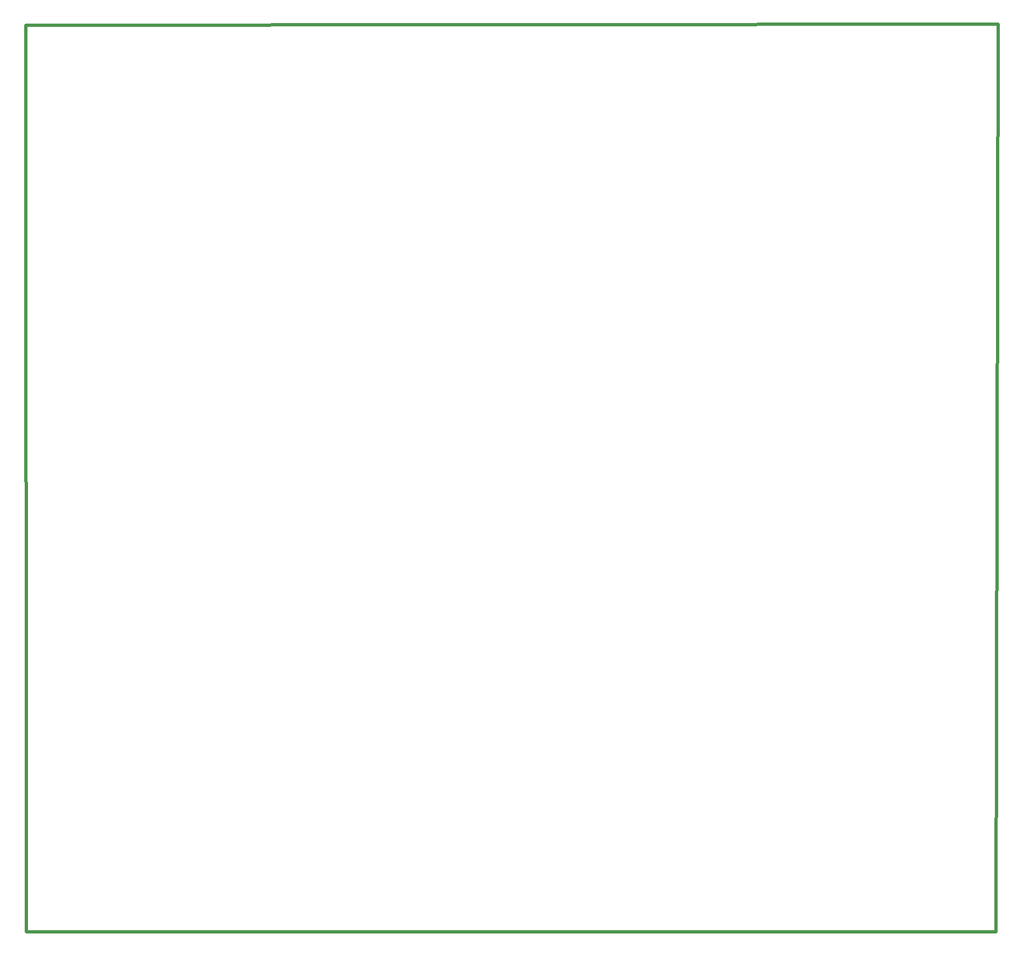
<source format=gm1>
%TF.GenerationSoftware,KiCad,Pcbnew,7.0.6*%
%TF.CreationDate,2024-01-22T18:50:27-05:00*%
%TF.ProjectId,CHESSmate PCB,43484553-536d-4617-9465-205043422e6b,rev?*%
%TF.SameCoordinates,Original*%
%TF.FileFunction,Profile,NP*%
%FSLAX46Y46*%
G04 Gerber Fmt 4.6, Leading zero omitted, Abs format (unit mm)*
G04 Created by KiCad (PCBNEW 7.0.6) date 2024-01-22 18:50:27*
%MOMM*%
%LPD*%
G01*
G04 APERTURE LIST*
%TA.AperFunction,Profile*%
%ADD10C,0.499998*%
%TD*%
G04 APERTURE END LIST*
D10*
X41350000Y-24830000D02*
X191200000Y-24680000D01*
X41370000Y-164560000D02*
X41350000Y-24830000D01*
X190856487Y-164566490D02*
X41370000Y-164560000D01*
X191200000Y-24680000D02*
X190856487Y-164566490D01*
M02*

</source>
